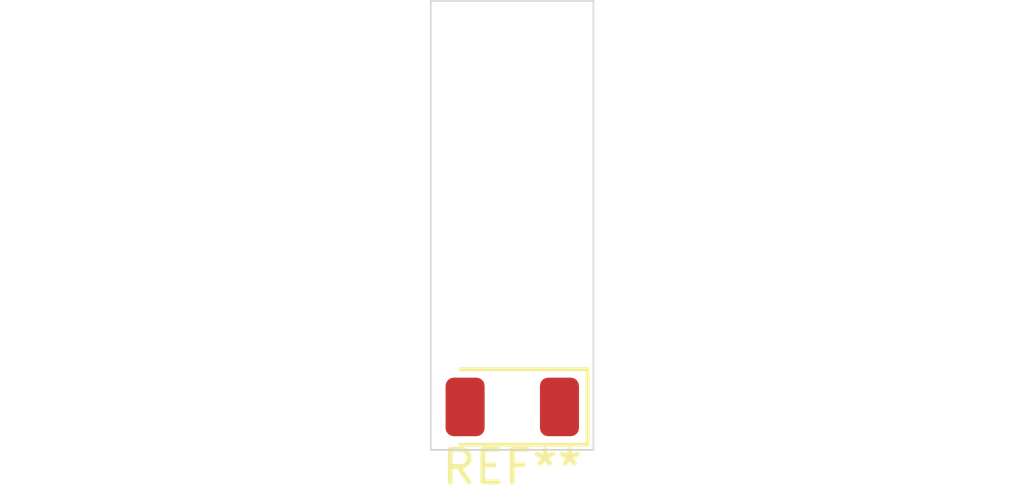
<source format=kicad_pcb>
(kicad_pcb (version 20241229) (generator "pcbnew") (generator_version "9.0")
  (layers (0 "F.Cu" signal) (2 "B.Cu" signal) (13 "F.Paste" user) (15 "B.Paste" user) (5 "F.SilkS" user "F.Silkscreen") (7 "B.SilkS" user "B.Silkscreen") (1 "F.Mask" user) (3 "B.Mask" user) (25 "Edge.Cuts" user))
  (net 0 "")
  (footprint "RF_Antenna:Johanson_2450AT18x100_2400-2500Mhz" (layer "F.Cu") (at 164.30625 116.68125 180)
    (property "Reference" "REF**" (at 0 -1.85 0) (layer "F.SilkS"))
    (property "Value" "Johanson_2450AT18x100_2400-2500Mhz")
    (fp_line (start 1.6 -1.16) (end -2.31 -1.16) (stroke (width 0.12)) (layer "F.SilkS"))
    (fp_line (start -2.31 1.16) (end 1.6 1.16) (stroke (width 0.12)) (layer "F.SilkS"))
    (fp_line (start -2.31 -1.16) (end -2.31 1.16) (stroke (width 0.12)) (layer "F.SilkS"))
    (pad "1" smd roundrect (at -1.45 0 180) (size 1.2 1.8) (layers "F.Cu" "F.Mask" "F.Paste") (roundrect_rratio 0.208333))
    (pad "2" smd roundrect (at 1.45 0 180) (size 1.2 1.8) (layers "F.Cu" "F.Mask" "F.Paste") (roundrect_rratio 0.208333))
  )
  (gr_rect (start 161.8 104.2) (end 166.8 118) (stroke (width 0.05)) (fill no) (layer "Edge.Cuts"))
)
</source>
